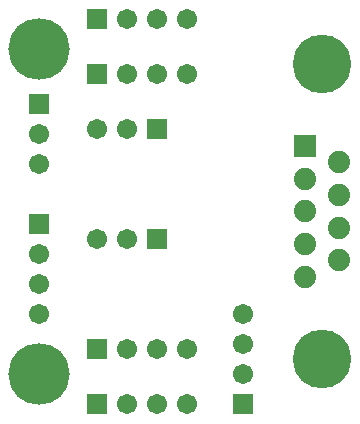
<source format=gbs>
G04 Layer_Color=16711935*
%FSLAX24Y24*%
%MOIN*%
G70*
G01*
G75*
%ADD32C,0.1954*%
%ADD33R,0.0745X0.0745*%
%ADD34C,0.0745*%
%ADD35C,0.0671*%
%ADD36R,0.0671X0.0671*%
%ADD37R,0.0671X0.0671*%
%ADD38C,0.2049*%
D32*
X9418Y494D02*
D03*
Y10333D02*
D03*
D33*
X8859Y7594D02*
D03*
D34*
X9977Y7049D02*
D03*
X8859Y6504D02*
D03*
X9977Y5959D02*
D03*
X8859Y5413D02*
D03*
X9977Y4868D02*
D03*
X8859Y4323D02*
D03*
X9977Y3778D02*
D03*
X8859Y3232D02*
D03*
D35*
X0Y2000D02*
D03*
Y3000D02*
D03*
Y4000D02*
D03*
X4937Y830D02*
D03*
X3937D02*
D03*
X2937D02*
D03*
X4937Y-1000D02*
D03*
X3937D02*
D03*
X2937D02*
D03*
Y8151D02*
D03*
X1937D02*
D03*
X2937Y4490D02*
D03*
X1937D02*
D03*
X0Y8000D02*
D03*
Y7000D02*
D03*
X4937Y9981D02*
D03*
X3937D02*
D03*
X2937D02*
D03*
X6800Y2000D02*
D03*
Y1000D02*
D03*
Y0D02*
D03*
X4937Y11811D02*
D03*
X3937D02*
D03*
X2937D02*
D03*
D36*
X0Y5000D02*
D03*
Y9000D02*
D03*
X6800Y-1000D02*
D03*
D37*
X1937Y830D02*
D03*
Y-1000D02*
D03*
X3937Y8151D02*
D03*
Y4490D02*
D03*
X1937Y9981D02*
D03*
Y11811D02*
D03*
D38*
X0Y0D02*
D03*
Y10827D02*
D03*
M02*

</source>
